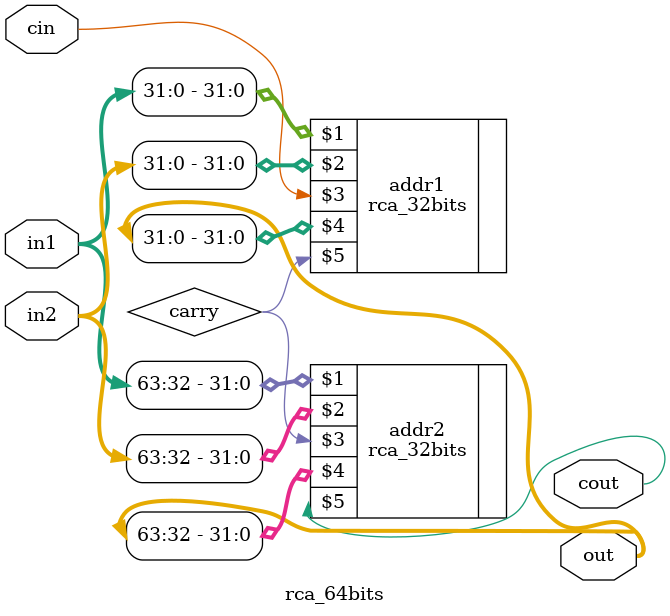
<source format=v>
`timescale 1ns / 1ps
module rca_64bits(input[63:0] in1, input[63:0] in2, input cin, output[63:0] out, output cout);
	wire carry;
	rca_32bits addr1(in1[31:0],in2[31:0],cin,out[31:0],carry);
	rca_32bits addr2(in1[63:32],in2[63:32],carry,out[63:32],cout);
endmodule

</source>
